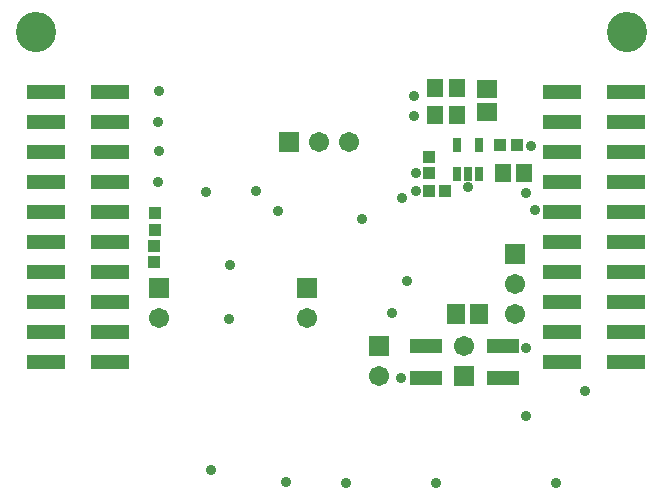
<source format=gts>
G04*
G04 #@! TF.GenerationSoftware,Altium Limited,Altium Designer,19.0.10 (269)*
G04*
G04 Layer_Color=8388736*
%FSLAX25Y25*%
%MOIN*%
G70*
G01*
G75*
%ADD23R,0.03950X0.04343*%
%ADD24R,0.04343X0.03950*%
%ADD25R,0.05524X0.06312*%
%ADD26R,0.02959X0.04731*%
%ADD27R,0.06312X0.06706*%
%ADD28R,0.11036X0.05131*%
%ADD29R,0.13005X0.04737*%
%ADD30R,0.06706X0.06312*%
%ADD31C,0.06706*%
%ADD32R,0.06706X0.06706*%
%ADD33R,0.06706X0.06706*%
%ADD34C,0.13398*%
%ADD35C,0.03600*%
D23*
X365414Y326610D02*
D03*
X370926D02*
D03*
X394782Y341884D02*
D03*
X389270D02*
D03*
D24*
X365340Y332590D02*
D03*
Y338102D02*
D03*
X273930Y302894D02*
D03*
Y308406D02*
D03*
X274060Y319162D02*
D03*
Y313650D02*
D03*
D25*
X390120Y332480D02*
D03*
X397207D02*
D03*
X367613Y360920D02*
D03*
X374700D02*
D03*
X367617Y351830D02*
D03*
X374703D02*
D03*
D26*
X374700Y341884D02*
D03*
X382180D02*
D03*
Y332436D02*
D03*
X378440D02*
D03*
X374700D02*
D03*
D27*
X374376Y285750D02*
D03*
X382250D02*
D03*
D28*
X364370Y264210D02*
D03*
Y274840D02*
D03*
X390180Y264205D02*
D03*
Y274835D02*
D03*
D29*
X259130Y309501D02*
D03*
X237870D02*
D03*
X259130Y339501D02*
D03*
X237870D02*
D03*
X259130Y349501D02*
D03*
X237870D02*
D03*
X259130Y359501D02*
D03*
X237870D02*
D03*
Y329501D02*
D03*
X259130D02*
D03*
X237870Y319501D02*
D03*
X259130D02*
D03*
X237870Y299501D02*
D03*
X259130D02*
D03*
X237870Y289501D02*
D03*
X259130D02*
D03*
X237870Y279501D02*
D03*
Y269501D02*
D03*
X259130Y279501D02*
D03*
Y269501D02*
D03*
X431130Y269501D02*
D03*
Y279501D02*
D03*
X409870Y269501D02*
D03*
Y279501D02*
D03*
X431130Y289501D02*
D03*
X409870D02*
D03*
X431130Y299501D02*
D03*
X409870D02*
D03*
X431130Y319501D02*
D03*
X409870D02*
D03*
X431130Y329501D02*
D03*
X409870D02*
D03*
Y359501D02*
D03*
X431130D02*
D03*
X409870Y349501D02*
D03*
X431130D02*
D03*
X409870Y339501D02*
D03*
X431130D02*
D03*
X409870Y309501D02*
D03*
X431130D02*
D03*
D30*
X384870Y352913D02*
D03*
Y360787D02*
D03*
D31*
X377260Y274890D02*
D03*
X348670Y265010D02*
D03*
X324790Y284370D02*
D03*
X275380Y284410D02*
D03*
X338960Y343050D02*
D03*
X328960D02*
D03*
X394120Y285660D02*
D03*
Y295660D02*
D03*
D32*
X377260Y264890D02*
D03*
X348670Y275010D02*
D03*
X324790Y294370D02*
D03*
X275380Y294410D02*
D03*
X394120Y305660D02*
D03*
D33*
X318960Y343050D02*
D03*
D34*
X234420Y379650D02*
D03*
X431340D02*
D03*
D35*
X291140Y326350D02*
D03*
X275400Y360040D02*
D03*
X275150Y349520D02*
D03*
X275400Y339900D02*
D03*
X275280Y329510D02*
D03*
X318960Y343050D02*
D03*
X361160Y326680D02*
D03*
X397630Y326110D02*
D03*
X399590Y341690D02*
D03*
X400790Y320170D02*
D03*
X307910Y326590D02*
D03*
X315150Y320090D02*
D03*
X343280Y317320D02*
D03*
X361060Y332670D02*
D03*
X360440Y351600D02*
D03*
X360610Y358360D02*
D03*
X378330Y327830D02*
D03*
X298780Y284120D02*
D03*
X298990Y301830D02*
D03*
X356270Y264210D02*
D03*
X353170Y285840D02*
D03*
X358260Y296490D02*
D03*
X407760Y229399D02*
D03*
X367760D02*
D03*
X337760D02*
D03*
X292760Y233565D02*
D03*
X317800Y229550D02*
D03*
X397660Y251720D02*
D03*
X237720Y349410D02*
D03*
X238100Y359410D02*
D03*
X356380Y324130D02*
D03*
X409470Y269410D02*
D03*
X409530Y289490D02*
D03*
X397880Y274160D02*
D03*
X417420Y259920D02*
D03*
M02*

</source>
